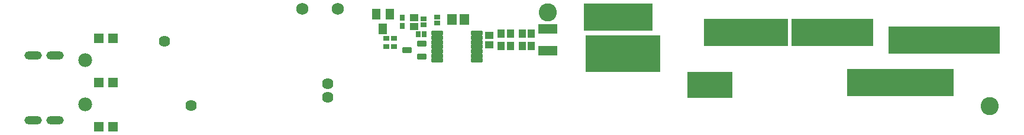
<source format=gbr>
%TF.GenerationSoftware,Altium Limited,Altium Designer,19.0.15 (446)*%
G04 Layer_Color=16711935*
%FSLAX45Y45*%
%MOMM*%
%TF.FileFunction,Soldermask,Bot*%
%TF.Part,Single*%
G01*
G75*
%TA.AperFunction,ViaPad*%
%ADD97C,1.98000*%
%TA.AperFunction,NonConductor*%
%ADD111R,12.01760X3.97786*%
%ADD112R,11.75144X3.97786*%
%ADD113R,15.94336X3.97786*%
%ADD114R,15.25909X3.97786*%
%ADD115R,6.41606X3.72121*%
%ADD116R,10.68128X5.34060*%
%ADD117R,9.94686X3.97786*%
%TA.AperFunction,SMDPad,CuDef*%
G04:AMPARAMS|DCode=118|XSize=1.7732mm|YSize=0.6132mm|CornerRadius=0.15285mm|HoleSize=0mm|Usage=FLASHONLY|Rotation=0.000|XOffset=0mm|YOffset=0mm|HoleType=Round|Shape=RoundedRectangle|*
%AMROUNDEDRECTD118*
21,1,1.77320,0.30750,0,0,0.0*
21,1,1.46750,0.61320,0,0,0.0*
1,1,0.30570,0.73375,-0.15375*
1,1,0.30570,-0.73375,-0.15375*
1,1,0.30570,-0.73375,0.15375*
1,1,0.30570,0.73375,0.15375*
%
%ADD118ROUNDEDRECTD118*%
G04:AMPARAMS|DCode=119|XSize=1.4332mm|YSize=0.8032mm|CornerRadius=0.1766mm|HoleSize=0mm|Usage=FLASHONLY|Rotation=180.000|XOffset=0mm|YOffset=0mm|HoleType=Round|Shape=RoundedRectangle|*
%AMROUNDEDRECTD119*
21,1,1.43320,0.45000,0,0,180.0*
21,1,1.08000,0.80320,0,0,180.0*
1,1,0.35320,-0.54000,0.22500*
1,1,0.35320,0.54000,0.22500*
1,1,0.35320,0.54000,-0.22500*
1,1,0.35320,-0.54000,-0.22500*
%
%ADD119ROUNDEDRECTD119*%
%ADD120R,0.95320X0.80320*%
%ADD121R,0.80320X0.84320*%
%ADD122R,0.84320X0.80320*%
%ADD123R,1.15320X1.05320*%
%ADD124R,0.80320X0.95320*%
%ADD125R,1.20320X1.60320*%
%ADD126R,1.35320X1.55320*%
%ADD127R,1.05320X1.15320*%
%ADD128R,1.10320X1.20320*%
%ADD129R,1.20320X1.10320*%
%ADD130R,2.70320X1.35320*%
%ADD131R,1.40320X1.40320*%
%TA.AperFunction,ComponentPad*%
G04:AMPARAMS|DCode=132|XSize=1.2032mm|YSize=2.5032mm|CornerRadius=0.6016mm|HoleSize=0mm|Usage=FLASHONLY|Rotation=270.000|XOffset=0mm|YOffset=0mm|HoleType=Round|Shape=RoundedRectangle|*
%AMROUNDEDRECTD132*
21,1,1.20320,1.30000,0,0,270.0*
21,1,0.00000,2.50320,0,0,270.0*
1,1,1.20320,-0.65000,0.00000*
1,1,1.20320,-0.65000,0.00000*
1,1,1.20320,0.65000,0.00000*
1,1,1.20320,0.65000,0.00000*
%
%ADD132ROUNDEDRECTD132*%
%ADD133C,1.72720*%
%TA.AperFunction,ViaPad*%
%ADD134C,2.60000*%
%ADD135C,1.62400*%
D97*
X2054975Y2329975D02*
D03*
Y1694975D02*
D03*
D111*
X11512354Y2734399D02*
D03*
D112*
X12752482Y2734040D02*
D03*
D113*
X14346288Y2623022D02*
D03*
D114*
X13724442Y2013422D02*
D03*
D115*
X10992332Y1977814D02*
D03*
D116*
X9753411Y2423762D02*
D03*
D117*
X9679418Y2948247D02*
D03*
D118*
X7089580Y2328906D02*
D03*
Y2393906D02*
D03*
Y2458906D02*
D03*
Y2523906D02*
D03*
Y2588906D02*
D03*
Y2653906D02*
D03*
Y2718906D02*
D03*
X7663580D02*
D03*
Y2653906D02*
D03*
Y2588906D02*
D03*
Y2523906D02*
D03*
Y2458906D02*
D03*
Y2393906D02*
D03*
Y2328906D02*
D03*
D119*
X6659516Y2476475D02*
D03*
X6871516Y2381475D02*
D03*
Y2571475D02*
D03*
D120*
X6478587Y2525138D02*
D03*
X6363587D02*
D03*
Y2643720D02*
D03*
X6478587D02*
D03*
D121*
X6819055Y2701834D02*
D03*
X6907055D02*
D03*
D122*
X7089580Y2951287D02*
D03*
Y2863287D02*
D03*
X6896076Y2925287D02*
D03*
Y2837287D02*
D03*
D123*
X6758916Y2816295D02*
D03*
Y2946295D02*
D03*
D124*
X6596351Y2938795D02*
D03*
Y2823795D02*
D03*
D125*
X6317975Y2777175D02*
D03*
X6412975Y2997175D02*
D03*
X6222975D02*
D03*
D126*
X7482775Y2918435D02*
D03*
X7307775D02*
D03*
D127*
X8439354Y2710743D02*
D03*
X8309354D02*
D03*
X8439354Y2534723D02*
D03*
X8309354D02*
D03*
D128*
X8144675Y2710743D02*
D03*
X8009675D02*
D03*
Y2534723D02*
D03*
X8144675D02*
D03*
D129*
X7835875Y2689343D02*
D03*
Y2554343D02*
D03*
D130*
X8676159Y2465926D02*
D03*
Y2780926D02*
D03*
D131*
X2457175Y2646275D02*
D03*
X2247175D02*
D03*
Y2008775D02*
D03*
X2457175D02*
D03*
Y1373775D02*
D03*
X2247175D02*
D03*
D132*
X1310055Y1469052D02*
D03*
X1625055D02*
D03*
X1310055Y2399052D02*
D03*
X1625055D02*
D03*
D133*
X5166335Y3068295D02*
D03*
X5669238D02*
D03*
D134*
X15001215Y1668755D02*
D03*
X8679155Y3017495D02*
D03*
D135*
X3568675Y1681455D02*
D03*
X3190215Y2603804D02*
D03*
X5524475Y1993875D02*
D03*
Y1798909D02*
D03*
%TF.MD5,468e3bf36be277a6ff6ff092ff579877*%
M02*

</source>
